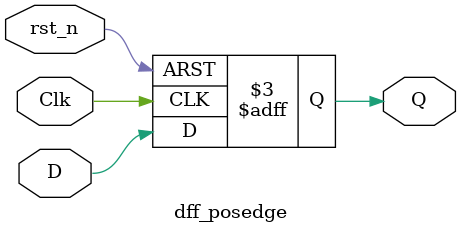
<source format=v>
module dff_posedge(input D, input Clk, input rst_n, output reg Q);
  always @(posedge Clk or negedge rst_n)
    if (!rst_n) Q <= 1'b0; else Q <= D;
endmodule
</source>
